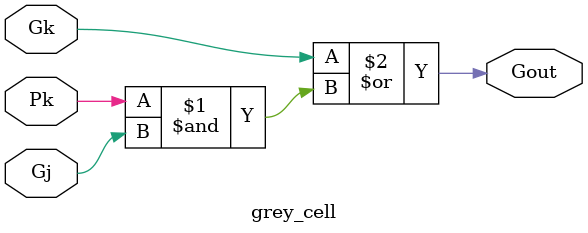
<source format=v>
module grey_cell(input Gk, Pk, Gj, output Gout);
    assign Gout = Gk | (Pk & Gj);
endmodule
</source>
